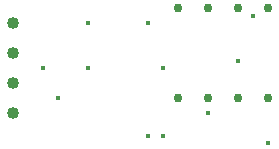
<source format=gbr>
G04 PROTEUS GERBER X2 FILE*
%TF.GenerationSoftware,Labcenter,Proteus,8.7-SP3-Build25561*%
%TF.CreationDate,2018-10-24T14:18:50+00:00*%
%TF.FileFunction,Plated,1,0,PTH*%
%TF.FilePolarity,Positive*%
%TF.Part,Single*%
%TF.SameCoordinates,{df6e09e0-91d3-470b-b8e6-2d5583446854}*%
%FSLAX45Y45*%
%MOMM*%
G01*
%TA.AperFunction,ViaDrill*%
%ADD71C,0.381000*%
%TA.AperFunction,ComponentDrill*%
%ADD20C,1.016000*%
%TA.AperFunction,ComponentDrill*%
%ADD21C,0.762000*%
%TD.AperFunction*%
D71*
X+2159000Y-571500D03*
X+1905000Y-1016000D03*
X+2413000Y-1270000D03*
X+635000Y-889000D03*
X+2286000Y-190500D03*
X+889000Y-254000D03*
X+889000Y-635000D03*
X+1524000Y-635000D03*
X+1524000Y-1206500D03*
X+1397000Y-1206500D03*
X+1397000Y-254000D03*
X+508000Y-635000D03*
D20*
X+254000Y-254000D03*
X+254000Y-508000D03*
X+254000Y-762000D03*
X+254000Y-1016000D03*
D21*
X+1651000Y-889000D03*
X+1905000Y-889000D03*
X+2159000Y-889000D03*
X+2413000Y-889000D03*
X+2413000Y-127000D03*
X+2159000Y-127000D03*
X+1905000Y-127000D03*
X+1651000Y-127000D03*
M02*

</source>
